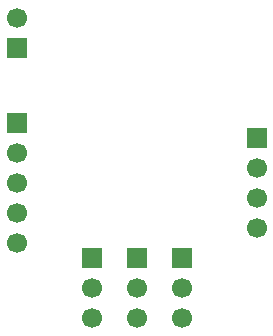
<source format=gbs>
%TF.GenerationSoftware,KiCad,Pcbnew,9.0.7*%
%TF.CreationDate,2026-02-18T22:45:12+00:00*%
%TF.ProjectId,OSDSwitch,4f534453-7769-4746-9368-2e6b69636164,rev?*%
%TF.SameCoordinates,Original*%
%TF.FileFunction,Soldermask,Bot*%
%TF.FilePolarity,Negative*%
%FSLAX46Y46*%
G04 Gerber Fmt 4.6, Leading zero omitted, Abs format (unit mm)*
G04 Created by KiCad (PCBNEW 9.0.7) date 2026-02-18 22:45:12*
%MOMM*%
%LPD*%
G01*
G04 APERTURE LIST*
%ADD10R,1.700000X1.700000*%
%ADD11C,1.700000*%
G04 APERTURE END LIST*
D10*
%TO.C,J6*%
X154940000Y-83820000D03*
D11*
X154940000Y-81280000D03*
%TD*%
D10*
%TO.C,J5*%
X175260000Y-91440000D03*
D11*
X175260000Y-93980000D03*
X175260000Y-96520000D03*
X175260000Y-99060000D03*
%TD*%
D10*
%TO.C,J4*%
X154940000Y-90170000D03*
D11*
X154940000Y-92710000D03*
X154940000Y-95250000D03*
X154940000Y-97790000D03*
X154940000Y-100330000D03*
%TD*%
D10*
%TO.C,J3*%
X168910000Y-101600000D03*
D11*
X168910000Y-104140000D03*
X168910000Y-106680000D03*
%TD*%
D10*
%TO.C,J2*%
X165100000Y-101600000D03*
D11*
X165100000Y-104140000D03*
X165100000Y-106680000D03*
%TD*%
D10*
%TO.C,J1*%
X161290000Y-101600000D03*
D11*
X161290000Y-104140000D03*
X161290000Y-106680000D03*
%TD*%
M02*

</source>
